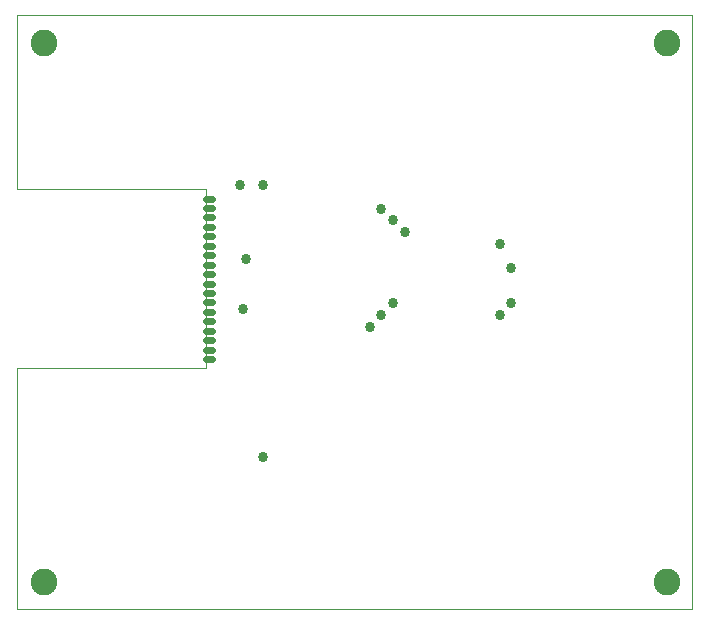
<source format=gbs>
G75*
%MOIN*%
%OFA0B0*%
%FSLAX25Y25*%
%IPPOS*%
%LPD*%
%AMOC8*
5,1,8,0,0,1.08239X$1,22.5*
%
%ADD10C,0.00300*%
%ADD11C,0.08908*%
%ADD12C,0.02381*%
%ADD13C,0.03378*%
D10*
X0002189Y0001992D02*
X0002189Y0082209D01*
X0065083Y0082209D01*
X0065083Y0141854D01*
X0002189Y0141854D01*
X0002189Y0199925D01*
X0227189Y0199925D01*
X0227189Y0001992D01*
X0002189Y0001992D01*
D11*
X0010949Y0010949D03*
X0010949Y0190476D03*
X0218823Y0190476D03*
X0218823Y0010949D03*
D12*
X0067064Y0085161D02*
X0065083Y0085161D01*
X0065083Y0088311D02*
X0067064Y0088311D01*
X0067064Y0091461D02*
X0065083Y0091461D01*
X0065083Y0094610D02*
X0067064Y0094610D01*
X0067064Y0097760D02*
X0065083Y0097760D01*
X0065083Y0100909D02*
X0067064Y0100909D01*
X0067064Y0104059D02*
X0065083Y0104059D01*
X0065083Y0107209D02*
X0067064Y0107209D01*
X0067064Y0110358D02*
X0065083Y0110358D01*
X0065083Y0113508D02*
X0067064Y0113508D01*
X0067064Y0116657D02*
X0065083Y0116657D01*
X0065083Y0119807D02*
X0067064Y0119807D01*
X0067064Y0122957D02*
X0065083Y0122957D01*
X0065083Y0126106D02*
X0067064Y0126106D01*
X0067064Y0129256D02*
X0065083Y0129256D01*
X0065083Y0132406D02*
X0067064Y0132406D01*
X0067064Y0135555D02*
X0065083Y0135555D01*
X0065083Y0138705D02*
X0067064Y0138705D01*
D13*
X0076303Y0143232D03*
X0084177Y0143232D03*
X0078272Y0118626D03*
X0077287Y0101894D03*
X0119610Y0095988D03*
X0123547Y0099925D03*
X0127484Y0103862D03*
X0131421Y0127484D03*
X0127484Y0131421D03*
X0123547Y0135358D03*
X0162917Y0123547D03*
X0166854Y0115673D03*
X0166854Y0103862D03*
X0162917Y0099925D03*
X0084177Y0052681D03*
M02*

</source>
